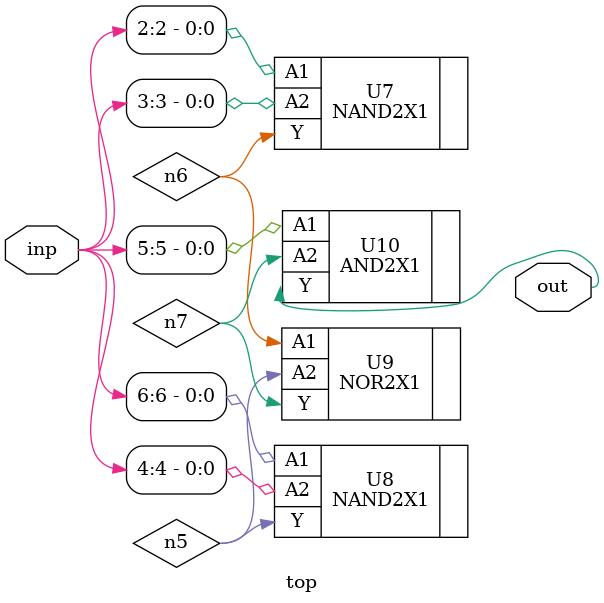
<source format=sv>


module top ( inp, out );
  input [6:0] inp;
  output out;
  wire   n5, n6, n7;

  NAND2X1 U7 ( .A1(inp[2]), .A2(inp[3]), .Y(n6) );
  NAND2X1 U8 ( .A1(inp[6]), .A2(inp[4]), .Y(n5) );
  NOR2X1 U9 ( .A1(n6), .A2(n5), .Y(n7) );
  AND2X1 U10 ( .A1(inp[5]), .A2(n7), .Y(out) );
endmodule


</source>
